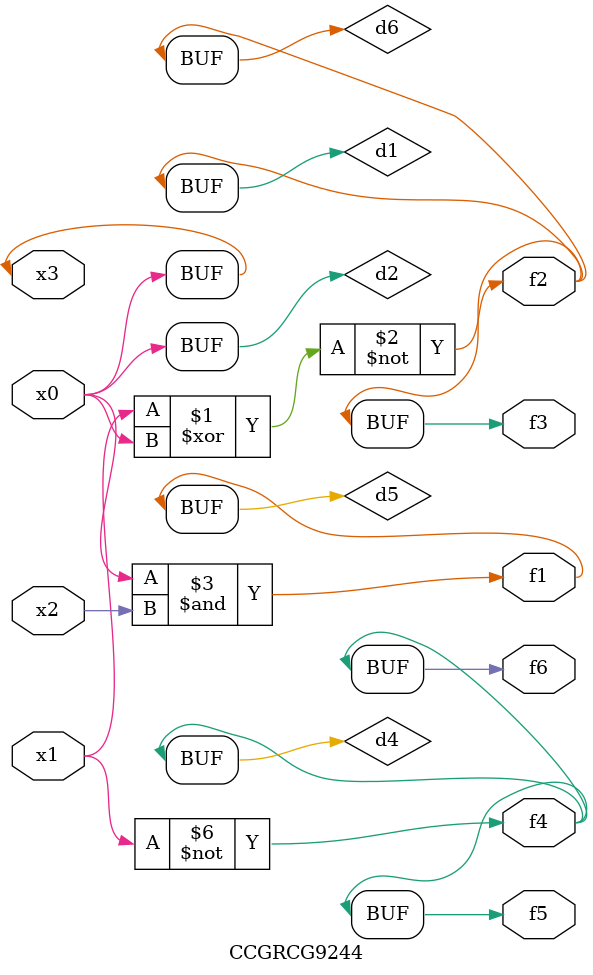
<source format=v>
module CCGRCG9244(
	input x0, x1, x2, x3,
	output f1, f2, f3, f4, f5, f6
);

	wire d1, d2, d3, d4, d5, d6;

	xnor (d1, x1, x3);
	buf (d2, x0, x3);
	nand (d3, x0, x2);
	not (d4, x1);
	nand (d5, d3);
	or (d6, d1);
	assign f1 = d5;
	assign f2 = d6;
	assign f3 = d6;
	assign f4 = d4;
	assign f5 = d4;
	assign f6 = d4;
endmodule

</source>
